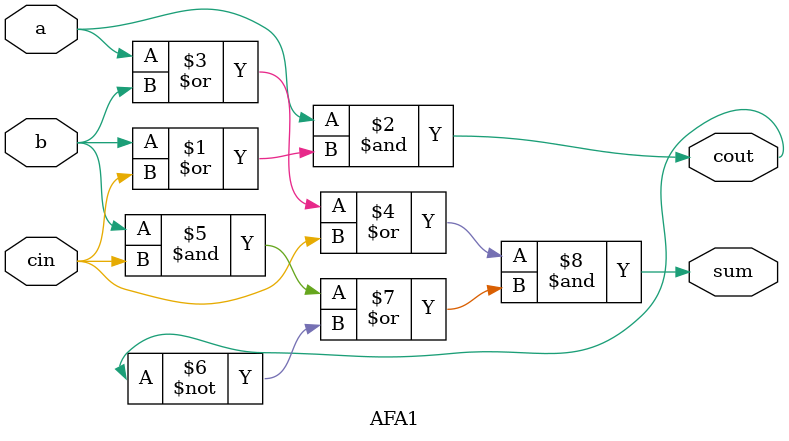
<source format=v>
module AFA1(
    // error when input '011'
    input  wire a,
    input  wire b,
    input  wire cin,
    output wire cout,
    output wire sum
);

    assign cout = a & (b | cin);
    assign sum = (a | b | cin) & ((b & cin) | ~cout);

endmodule

</source>
